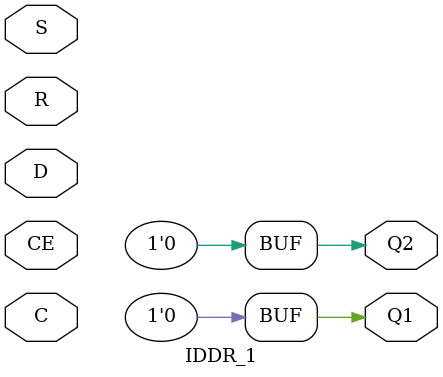
<source format=v>
module IDDR_1 (
   Q1, Q2,
   C, CE, D, R, S
   );
    parameter DDR_CLK_EDGE        = "OPPOSITE_EDGE";    
    parameter INIT_Q1             = 1'b0;
    parameter INIT_Q2             = 1'b0;
    parameter [0:0] IS_C_INVERTED = 1'b0;
    parameter [0:0] IS_D_INVERTED = 1'b0;
    parameter SRTYPE              = "SYNC";
   output   Q1;   
   output   Q2;   
   input    C;    
   input    CE;   
   input    D;    
   input    R;    
   input    S;    
   localparam [152:1] DDR_CLK_EDGE_REG = DDR_CLK_EDGE;
   reg 	    Q1_pos;
   reg 	    Q1_reg;
   reg 	    Q2_pos;
   reg 	    Q2_neg;
   always @ (posedge C)
     if(CE)
       Q1_pos <= D;
   always @ (posedge C)
     if(CE)
       Q1_reg <= Q1_pos;
   always @ (negedge C)
     if(CE)
       Q2_neg <= D;
   always @ (posedge C)
     if(CE)
      Q2_pos <= Q2_neg;
   assign Q1 = (DDR_CLK_EDGE_REG == "SAME_EDGE_PIPELINED") ? Q1_reg :
	       (DDR_CLK_EDGE_REG == "SAME_EDGE")           ? Q1_pos :
	                                                     1'b0;
   assign Q2 = (DDR_CLK_EDGE_REG == "SAME_EDGE_PIPELINED") ? Q2_pos :
	       (DDR_CLK_EDGE_REG == "SAME_EDGE")           ? Q2_pos :
	                                                     1'b0;
endmodule
</source>
